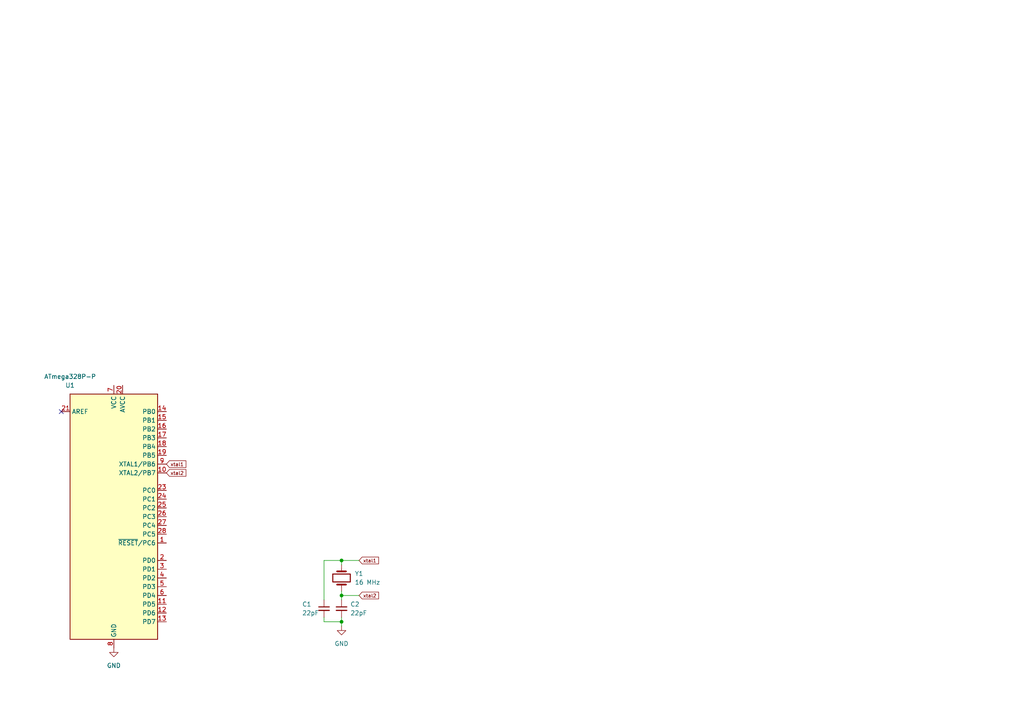
<source format=kicad_sch>
(kicad_sch (version 20211123) (generator eeschema)

  (uuid c2f3239a-6f35-4699-b6ff-0f31fa834d32)

  (paper "A4")

  (lib_symbols
    (symbol "Device:C_Small" (pin_numbers hide) (pin_names (offset 0.254) hide) (in_bom yes) (on_board yes)
      (property "Reference" "C" (id 0) (at 0.254 1.778 0)
        (effects (font (size 1.27 1.27)) (justify left))
      )
      (property "Value" "C_Small" (id 1) (at 0.254 -2.032 0)
        (effects (font (size 1.27 1.27)) (justify left))
      )
      (property "Footprint" "" (id 2) (at 0 0 0)
        (effects (font (size 1.27 1.27)) hide)
      )
      (property "Datasheet" "~" (id 3) (at 0 0 0)
        (effects (font (size 1.27 1.27)) hide)
      )
      (property "ki_keywords" "capacitor cap" (id 4) (at 0 0 0)
        (effects (font (size 1.27 1.27)) hide)
      )
      (property "ki_description" "Unpolarized capacitor, small symbol" (id 5) (at 0 0 0)
        (effects (font (size 1.27 1.27)) hide)
      )
      (property "ki_fp_filters" "C_*" (id 6) (at 0 0 0)
        (effects (font (size 1.27 1.27)) hide)
      )
      (symbol "C_Small_0_1"
        (polyline
          (pts
            (xy -1.524 -0.508)
            (xy 1.524 -0.508)
          )
          (stroke (width 0.3302) (type default) (color 0 0 0 0))
          (fill (type none))
        )
        (polyline
          (pts
            (xy -1.524 0.508)
            (xy 1.524 0.508)
          )
          (stroke (width 0.3048) (type default) (color 0 0 0 0))
          (fill (type none))
        )
      )
      (symbol "C_Small_1_1"
        (pin passive line (at 0 2.54 270) (length 2.032)
          (name "~" (effects (font (size 1.27 1.27))))
          (number "1" (effects (font (size 1.27 1.27))))
        )
        (pin passive line (at 0 -2.54 90) (length 2.032)
          (name "~" (effects (font (size 1.27 1.27))))
          (number "2" (effects (font (size 1.27 1.27))))
        )
      )
    )
    (symbol "Device:Crystal" (pin_numbers hide) (pin_names (offset 1.016) hide) (in_bom yes) (on_board yes)
      (property "Reference" "Y" (id 0) (at 0 3.81 0)
        (effects (font (size 1.27 1.27)))
      )
      (property "Value" "Crystal" (id 1) (at 0 -3.81 0)
        (effects (font (size 1.27 1.27)))
      )
      (property "Footprint" "" (id 2) (at 0 0 0)
        (effects (font (size 1.27 1.27)) hide)
      )
      (property "Datasheet" "~" (id 3) (at 0 0 0)
        (effects (font (size 1.27 1.27)) hide)
      )
      (property "ki_keywords" "quartz ceramic resonator oscillator" (id 4) (at 0 0 0)
        (effects (font (size 1.27 1.27)) hide)
      )
      (property "ki_description" "Two pin crystal" (id 5) (at 0 0 0)
        (effects (font (size 1.27 1.27)) hide)
      )
      (property "ki_fp_filters" "Crystal*" (id 6) (at 0 0 0)
        (effects (font (size 1.27 1.27)) hide)
      )
      (symbol "Crystal_0_1"
        (rectangle (start -1.143 2.54) (end 1.143 -2.54)
          (stroke (width 0.3048) (type default) (color 0 0 0 0))
          (fill (type none))
        )
        (polyline
          (pts
            (xy -2.54 0)
            (xy -1.905 0)
          )
          (stroke (width 0) (type default) (color 0 0 0 0))
          (fill (type none))
        )
        (polyline
          (pts
            (xy -1.905 -1.27)
            (xy -1.905 1.27)
          )
          (stroke (width 0.508) (type default) (color 0 0 0 0))
          (fill (type none))
        )
        (polyline
          (pts
            (xy 1.905 -1.27)
            (xy 1.905 1.27)
          )
          (stroke (width 0.508) (type default) (color 0 0 0 0))
          (fill (type none))
        )
        (polyline
          (pts
            (xy 2.54 0)
            (xy 1.905 0)
          )
          (stroke (width 0) (type default) (color 0 0 0 0))
          (fill (type none))
        )
      )
      (symbol "Crystal_1_1"
        (pin passive line (at -3.81 0 0) (length 1.27)
          (name "1" (effects (font (size 1.27 1.27))))
          (number "1" (effects (font (size 1.27 1.27))))
        )
        (pin passive line (at 3.81 0 180) (length 1.27)
          (name "2" (effects (font (size 1.27 1.27))))
          (number "2" (effects (font (size 1.27 1.27))))
        )
      )
    )
    (symbol "MCU_Microchip_ATmega:ATmega328P-P" (in_bom yes) (on_board yes)
      (property "Reference" "U" (id 0) (at -12.7 36.83 0)
        (effects (font (size 1.27 1.27)) (justify left bottom))
      )
      (property "Value" "ATmega328P-P" (id 1) (at 2.54 -36.83 0)
        (effects (font (size 1.27 1.27)) (justify left top))
      )
      (property "Footprint" "Package_DIP:DIP-28_W7.62mm" (id 2) (at 0 0 0)
        (effects (font (size 1.27 1.27) italic) hide)
      )
      (property "Datasheet" "http://ww1.microchip.com/downloads/en/DeviceDoc/ATmega328_P%20AVR%20MCU%20with%20picoPower%20Technology%20Data%20Sheet%2040001984A.pdf" (id 3) (at 0 0 0)
        (effects (font (size 1.27 1.27)) hide)
      )
      (property "ki_keywords" "AVR 8bit Microcontroller MegaAVR PicoPower" (id 4) (at 0 0 0)
        (effects (font (size 1.27 1.27)) hide)
      )
      (property "ki_description" "20MHz, 32kB Flash, 2kB SRAM, 1kB EEPROM, DIP-28" (id 5) (at 0 0 0)
        (effects (font (size 1.27 1.27)) hide)
      )
      (property "ki_fp_filters" "DIP*W7.62mm*" (id 6) (at 0 0 0)
        (effects (font (size 1.27 1.27)) hide)
      )
      (symbol "ATmega328P-P_0_1"
        (rectangle (start -12.7 -35.56) (end 12.7 35.56)
          (stroke (width 0.254) (type default) (color 0 0 0 0))
          (fill (type background))
        )
      )
      (symbol "ATmega328P-P_1_1"
        (pin bidirectional line (at 15.24 -7.62 180) (length 2.54)
          (name "~{RESET}/PC6" (effects (font (size 1.27 1.27))))
          (number "1" (effects (font (size 1.27 1.27))))
        )
        (pin bidirectional line (at 15.24 12.7 180) (length 2.54)
          (name "XTAL2/PB7" (effects (font (size 1.27 1.27))))
          (number "10" (effects (font (size 1.27 1.27))))
        )
        (pin bidirectional line (at 15.24 -25.4 180) (length 2.54)
          (name "PD5" (effects (font (size 1.27 1.27))))
          (number "11" (effects (font (size 1.27 1.27))))
        )
        (pin bidirectional line (at 15.24 -27.94 180) (length 2.54)
          (name "PD6" (effects (font (size 1.27 1.27))))
          (number "12" (effects (font (size 1.27 1.27))))
        )
        (pin bidirectional line (at 15.24 -30.48 180) (length 2.54)
          (name "PD7" (effects (font (size 1.27 1.27))))
          (number "13" (effects (font (size 1.27 1.27))))
        )
        (pin bidirectional line (at 15.24 30.48 180) (length 2.54)
          (name "PB0" (effects (font (size 1.27 1.27))))
          (number "14" (effects (font (size 1.27 1.27))))
        )
        (pin bidirectional line (at 15.24 27.94 180) (length 2.54)
          (name "PB1" (effects (font (size 1.27 1.27))))
          (number "15" (effects (font (size 1.27 1.27))))
        )
        (pin bidirectional line (at 15.24 25.4 180) (length 2.54)
          (name "PB2" (effects (font (size 1.27 1.27))))
          (number "16" (effects (font (size 1.27 1.27))))
        )
        (pin bidirectional line (at 15.24 22.86 180) (length 2.54)
          (name "PB3" (effects (font (size 1.27 1.27))))
          (number "17" (effects (font (size 1.27 1.27))))
        )
        (pin bidirectional line (at 15.24 20.32 180) (length 2.54)
          (name "PB4" (effects (font (size 1.27 1.27))))
          (number "18" (effects (font (size 1.27 1.27))))
        )
        (pin bidirectional line (at 15.24 17.78 180) (length 2.54)
          (name "PB5" (effects (font (size 1.27 1.27))))
          (number "19" (effects (font (size 1.27 1.27))))
        )
        (pin bidirectional line (at 15.24 -12.7 180) (length 2.54)
          (name "PD0" (effects (font (size 1.27 1.27))))
          (number "2" (effects (font (size 1.27 1.27))))
        )
        (pin power_in line (at 2.54 38.1 270) (length 2.54)
          (name "AVCC" (effects (font (size 1.27 1.27))))
          (number "20" (effects (font (size 1.27 1.27))))
        )
        (pin passive line (at -15.24 30.48 0) (length 2.54)
          (name "AREF" (effects (font (size 1.27 1.27))))
          (number "21" (effects (font (size 1.27 1.27))))
        )
        (pin passive line (at 0 -38.1 90) (length 2.54) hide
          (name "GND" (effects (font (size 1.27 1.27))))
          (number "22" (effects (font (size 1.27 1.27))))
        )
        (pin bidirectional line (at 15.24 7.62 180) (length 2.54)
          (name "PC0" (effects (font (size 1.27 1.27))))
          (number "23" (effects (font (size 1.27 1.27))))
        )
        (pin bidirectional line (at 15.24 5.08 180) (length 2.54)
          (name "PC1" (effects (font (size 1.27 1.27))))
          (number "24" (effects (font (size 1.27 1.27))))
        )
        (pin bidirectional line (at 15.24 2.54 180) (length 2.54)
          (name "PC2" (effects (font (size 1.27 1.27))))
          (number "25" (effects (font (size 1.27 1.27))))
        )
        (pin bidirectional line (at 15.24 0 180) (length 2.54)
          (name "PC3" (effects (font (size 1.27 1.27))))
          (number "26" (effects (font (size 1.27 1.27))))
        )
        (pin bidirectional line (at 15.24 -2.54 180) (length 2.54)
          (name "PC4" (effects (font (size 1.27 1.27))))
          (number "27" (effects (font (size 1.27 1.27))))
        )
        (pin bidirectional line (at 15.24 -5.08 180) (length 2.54)
          (name "PC5" (effects (font (size 1.27 1.27))))
          (number "28" (effects (font (size 1.27 1.27))))
        )
        (pin bidirectional line (at 15.24 -15.24 180) (length 2.54)
          (name "PD1" (effects (font (size 1.27 1.27))))
          (number "3" (effects (font (size 1.27 1.27))))
        )
        (pin bidirectional line (at 15.24 -17.78 180) (length 2.54)
          (name "PD2" (effects (font (size 1.27 1.27))))
          (number "4" (effects (font (size 1.27 1.27))))
        )
        (pin bidirectional line (at 15.24 -20.32 180) (length 2.54)
          (name "PD3" (effects (font (size 1.27 1.27))))
          (number "5" (effects (font (size 1.27 1.27))))
        )
        (pin bidirectional line (at 15.24 -22.86 180) (length 2.54)
          (name "PD4" (effects (font (size 1.27 1.27))))
          (number "6" (effects (font (size 1.27 1.27))))
        )
        (pin power_in line (at 0 38.1 270) (length 2.54)
          (name "VCC" (effects (font (size 1.27 1.27))))
          (number "7" (effects (font (size 1.27 1.27))))
        )
        (pin power_in line (at 0 -38.1 90) (length 2.54)
          (name "GND" (effects (font (size 1.27 1.27))))
          (number "8" (effects (font (size 1.27 1.27))))
        )
        (pin bidirectional line (at 15.24 15.24 180) (length 2.54)
          (name "XTAL1/PB6" (effects (font (size 1.27 1.27))))
          (number "9" (effects (font (size 1.27 1.27))))
        )
      )
    )
    (symbol "power:GND" (power) (pin_names (offset 0)) (in_bom yes) (on_board yes)
      (property "Reference" "#PWR" (id 0) (at 0 -6.35 0)
        (effects (font (size 1.27 1.27)) hide)
      )
      (property "Value" "GND" (id 1) (at 0 -3.81 0)
        (effects (font (size 1.27 1.27)))
      )
      (property "Footprint" "" (id 2) (at 0 0 0)
        (effects (font (size 1.27 1.27)) hide)
      )
      (property "Datasheet" "" (id 3) (at 0 0 0)
        (effects (font (size 1.27 1.27)) hide)
      )
      (property "ki_keywords" "power-flag" (id 4) (at 0 0 0)
        (effects (font (size 1.27 1.27)) hide)
      )
      (property "ki_description" "Power symbol creates a global label with name \"GND\" , ground" (id 5) (at 0 0 0)
        (effects (font (size 1.27 1.27)) hide)
      )
      (symbol "GND_0_1"
        (polyline
          (pts
            (xy 0 0)
            (xy 0 -1.27)
            (xy 1.27 -1.27)
            (xy 0 -2.54)
            (xy -1.27 -1.27)
            (xy 0 -1.27)
          )
          (stroke (width 0) (type default) (color 0 0 0 0))
          (fill (type none))
        )
      )
      (symbol "GND_1_1"
        (pin power_in line (at 0 0 270) (length 0) hide
          (name "GND" (effects (font (size 1.27 1.27))))
          (number "1" (effects (font (size 1.27 1.27))))
        )
      )
    )
  )

  (junction (at 99.06 162.56) (diameter 0) (color 0 0 0 0)
    (uuid 77b4d7a4-607d-42b7-a0e2-03c2822e9a8a)
  )
  (junction (at 99.06 172.72) (diameter 0) (color 0 0 0 0)
    (uuid a183f81a-bdc1-41d5-a4ee-50fb266162ac)
  )
  (junction (at 99.06 180.34) (diameter 0) (color 0 0 0 0)
    (uuid edd2d7d5-5098-441c-ac55-5e763ecc4112)
  )

  (no_connect (at 17.78 119.38) (uuid a2103392-f6ef-4ad1-8a98-5c100c78cd33))

  (wire (pts (xy 99.06 172.72) (xy 104.14 172.72))
    (stroke (width 0) (type default) (color 0 0 0 0))
    (uuid 07907b02-99ba-456a-84e9-6e15de682fcc)
  )
  (wire (pts (xy 93.98 180.34) (xy 99.06 180.34))
    (stroke (width 0) (type default) (color 0 0 0 0))
    (uuid 33ec2cfd-0e05-40af-871f-98d70f3f6255)
  )
  (wire (pts (xy 99.06 172.72) (xy 99.06 171.45))
    (stroke (width 0) (type default) (color 0 0 0 0))
    (uuid 380c13b3-58c5-44d6-b174-7473624f0a88)
  )
  (wire (pts (xy 93.98 179.07) (xy 93.98 180.34))
    (stroke (width 0) (type default) (color 0 0 0 0))
    (uuid 48c13b75-6266-4c66-9e7f-82b8fc3b1b92)
  )
  (wire (pts (xy 99.06 172.72) (xy 99.06 173.99))
    (stroke (width 0) (type default) (color 0 0 0 0))
    (uuid 550aafca-0b35-496d-a8c7-dc86ef0c0e10)
  )
  (wire (pts (xy 93.98 162.56) (xy 93.98 173.99))
    (stroke (width 0) (type default) (color 0 0 0 0))
    (uuid 94d714d7-eeb0-4f38-9e1a-8013735c2f88)
  )
  (wire (pts (xy 99.06 180.34) (xy 99.06 181.61))
    (stroke (width 0) (type default) (color 0 0 0 0))
    (uuid a6847e35-b20d-45a7-b872-52c9fd0ecf6e)
  )
  (wire (pts (xy 104.14 162.56) (xy 99.06 162.56))
    (stroke (width 0) (type default) (color 0 0 0 0))
    (uuid b20dda3b-5c58-4826-9980-5e9ac1373f83)
  )
  (wire (pts (xy 99.06 162.56) (xy 99.06 163.83))
    (stroke (width 0) (type default) (color 0 0 0 0))
    (uuid e0462400-b817-4838-a222-daa79c97eb13)
  )
  (wire (pts (xy 99.06 179.07) (xy 99.06 180.34))
    (stroke (width 0) (type default) (color 0 0 0 0))
    (uuid f19a143a-f7c8-4f9f-8dc3-62001bb5d4bb)
  )
  (wire (pts (xy 93.98 162.56) (xy 99.06 162.56))
    (stroke (width 0) (type default) (color 0 0 0 0))
    (uuid f801c54a-73bf-489a-b08a-fd85a8397d53)
  )

  (global_label "xtal1" (shape input) (at 48.26 134.62 0) (fields_autoplaced)
    (effects (font (size 1 1)) (justify left))
    (uuid 0c4644b0-f911-43b3-b6e7-88eda05d1dad)
    (property "Intersheet References" "${INTERSHEET_REFS}" (id 0) (at 53.9219 134.5575 0)
      (effects (font (size 1 1)) (justify left) hide)
    )
  )
  (global_label "xtal2" (shape input) (at 48.26 137.16 0) (fields_autoplaced)
    (effects (font (size 1 1)) (justify left))
    (uuid 6ec65528-6f15-4924-82d2-09cb1ead4901)
    (property "Intersheet References" "${INTERSHEET_REFS}" (id 0) (at 53.9219 137.0975 0)
      (effects (font (size 1 1)) (justify left) hide)
    )
  )
  (global_label "xtal2" (shape input) (at 104.14 172.72 0) (fields_autoplaced)
    (effects (font (size 1 1)) (justify left))
    (uuid 81add9a6-4248-4c8c-b321-be1bf02d1fa8)
    (property "Intersheet References" "${INTERSHEET_REFS}" (id 0) (at 109.8019 172.6575 0)
      (effects (font (size 1 1)) (justify left) hide)
    )
  )
  (global_label "xtal1" (shape input) (at 104.14 162.56 0) (fields_autoplaced)
    (effects (font (size 1 1)) (justify left))
    (uuid 8a16cca3-3bee-4dd7-a67f-5ecc68efcc4f)
    (property "Intersheet References" "${INTERSHEET_REFS}" (id 0) (at 109.8019 162.4975 0)
      (effects (font (size 1 1)) (justify left) hide)
    )
  )

  (symbol (lib_id "power:GND") (at 99.06 181.61 0) (unit 1)
    (in_bom yes) (on_board yes) (fields_autoplaced)
    (uuid 091cbf72-90fc-456c-8811-f9249ce880e7)
    (property "Reference" "#PWR?" (id 0) (at 99.06 187.96 0)
      (effects (font (size 1.27 1.27)) hide)
    )
    (property "Value" "GND" (id 1) (at 99.06 186.69 0))
    (property "Footprint" "" (id 2) (at 99.06 181.61 0)
      (effects (font (size 1.27 1.27)) hide)
    )
    (property "Datasheet" "" (id 3) (at 99.06 181.61 0)
      (effects (font (size 1.27 1.27)) hide)
    )
    (pin "1" (uuid 5a61e604-ff12-444c-80ad-29e943ba4522))
  )

  (symbol (lib_id "Device:C_Small") (at 99.06 176.53 0) (unit 1)
    (in_bom yes) (on_board yes) (fields_autoplaced)
    (uuid 4a9f9a71-1534-4d98-be37-07ddd5cb5656)
    (property "Reference" "C2" (id 0) (at 101.6 175.2662 0)
      (effects (font (size 1.27 1.27)) (justify left))
    )
    (property "Value" "22pF" (id 1) (at 101.6 177.8062 0)
      (effects (font (size 1.27 1.27)) (justify left))
    )
    (property "Footprint" "" (id 2) (at 99.06 176.53 0)
      (effects (font (size 1.27 1.27)) hide)
    )
    (property "Datasheet" "~" (id 3) (at 99.06 176.53 0)
      (effects (font (size 1.27 1.27)) hide)
    )
    (pin "1" (uuid 9ba63360-4161-40e9-aa82-f6873a0db685))
    (pin "2" (uuid 82f46270-12c6-4404-8bf9-915961f96d8e))
  )

  (symbol (lib_id "MCU_Microchip_ATmega:ATmega328P-P") (at 33.02 149.86 0) (unit 1)
    (in_bom yes) (on_board yes)
    (uuid 54accfcc-330b-4c29-9949-badcdab1bacc)
    (property "Reference" "U1" (id 0) (at 20.32 111.76 0))
    (property "Value" "ATmega328P-P" (id 1) (at 20.32 109.22 0))
    (property "Footprint" "Package_DIP:DIP-28_W7.62mm" (id 2) (at 33.02 149.86 0)
      (effects (font (size 1.27 1.27) italic) hide)
    )
    (property "Datasheet" "http://ww1.microchip.com/downloads/en/DeviceDoc/ATmega328_P%20AVR%20MCU%20with%20picoPower%20Technology%20Data%20Sheet%2040001984A.pdf" (id 3) (at 33.02 149.86 0)
      (effects (font (size 1.27 1.27)) hide)
    )
    (pin "1" (uuid 726fbdcc-7aee-480b-b038-b297ee1708ea))
    (pin "10" (uuid 78f47f8f-6d1a-4b04-8541-2ae85629cb64))
    (pin "11" (uuid b7c5c80e-8bf4-429b-b607-fecf1fc01aa2))
    (pin "12" (uuid 92fcd8db-4583-419e-8a67-a49858f6a99f))
    (pin "13" (uuid e4c93eba-8542-4da9-bc77-67578222e2d2))
    (pin "14" (uuid 3e03f876-70b4-49fa-b9d4-7ac8cf235911))
    (pin "15" (uuid 8f38a3ae-04c7-49ec-97de-083de07059b7))
    (pin "16" (uuid 84084a10-e1f2-458d-b74c-fe71a9738f2f))
    (pin "17" (uuid 0ddd1647-cc39-4c78-97bc-67467326d73d))
    (pin "18" (uuid 20253fac-f12b-42b8-9df1-bcc78bfb1617))
    (pin "19" (uuid 1f8e12f6-9343-454d-96c8-80e283c8b59d))
    (pin "2" (uuid 0285d379-1a54-41ff-a4cf-b8b22268e20a))
    (pin "20" (uuid 81c4956c-f2ee-49fa-ba3c-34172830b31b))
    (pin "21" (uuid 3fe6a80c-22cb-4970-aed9-167d75b8afcf))
    (pin "22" (uuid a73f5ac1-c970-453d-9922-634918429121))
    (pin "23" (uuid d2c12438-70cc-4952-b26e-0434adb5fc93))
    (pin "24" (uuid 3e1d02fc-0bdf-4283-97f0-f2d1aac90763))
    (pin "25" (uuid 61b0d591-f339-409c-9a0a-f89424dfbd1f))
    (pin "26" (uuid a695e634-c854-4118-8f97-1b7ae21a18b7))
    (pin "27" (uuid ab8c1d55-6fa6-4b84-9705-3c800bb63084))
    (pin "28" (uuid 2c233679-bcbe-4d9e-8c06-38c4649c0c67))
    (pin "3" (uuid 211017e0-273b-4001-99c4-10a71c9d1a7b))
    (pin "4" (uuid eaeb2402-6fbb-47f0-bbd2-5067625c22a9))
    (pin "5" (uuid 03459ac7-a1fe-4d9a-bb8c-86fb8f0fa12e))
    (pin "6" (uuid acd27cc5-5e6d-48a1-83f6-3c1b3d3f0f1e))
    (pin "7" (uuid 21b3c33a-f825-4f2f-99bc-3bcf22ad249e))
    (pin "8" (uuid cad0b57d-b4e8-42ea-9762-5645c16ef69b))
    (pin "9" (uuid 9e2351f6-da2b-4846-8385-6d50fe5097b4))
  )

  (symbol (lib_id "power:GND") (at 33.02 187.96 0) (unit 1)
    (in_bom yes) (on_board yes) (fields_autoplaced)
    (uuid 89ef3e43-38c1-4e6e-86ff-e90bda0f8f75)
    (property "Reference" "#PWR01" (id 0) (at 33.02 194.31 0)
      (effects (font (size 1.27 1.27)) hide)
    )
    (property "Value" "GND" (id 1) (at 33.02 193.04 0))
    (property "Footprint" "" (id 2) (at 33.02 187.96 0)
      (effects (font (size 1.27 1.27)) hide)
    )
    (property "Datasheet" "" (id 3) (at 33.02 187.96 0)
      (effects (font (size 1.27 1.27)) hide)
    )
    (pin "1" (uuid 2baaf5b0-2da5-437b-8919-b7d4b9838dcc))
  )

  (symbol (lib_id "Device:C_Small") (at 93.98 176.53 0) (unit 1)
    (in_bom yes) (on_board yes)
    (uuid cf0edc33-d184-4c16-afa8-ae807c902458)
    (property "Reference" "C1" (id 0) (at 87.63 175.26 0)
      (effects (font (size 1.27 1.27)) (justify left))
    )
    (property "Value" "22pF" (id 1) (at 87.63 177.8 0)
      (effects (font (size 1.27 1.27)) (justify left))
    )
    (property "Footprint" "" (id 2) (at 93.98 176.53 0)
      (effects (font (size 1.27 1.27)) hide)
    )
    (property "Datasheet" "~" (id 3) (at 93.98 176.53 0)
      (effects (font (size 1.27 1.27)) hide)
    )
    (pin "1" (uuid 605a62dc-e2b5-40b8-8e27-dbdc52d7b631))
    (pin "2" (uuid a720def3-0191-4a97-b20d-22aef91844fe))
  )

  (symbol (lib_id "Device:Crystal") (at 99.06 167.64 90) (unit 1)
    (in_bom yes) (on_board yes) (fields_autoplaced)
    (uuid d3e19443-a155-48aa-a140-bbab9addf240)
    (property "Reference" "Y1" (id 0) (at 102.87 166.3699 90)
      (effects (font (size 1.27 1.27)) (justify right))
    )
    (property "Value" "16 MHz" (id 1) (at 102.87 168.9099 90)
      (effects (font (size 1.27 1.27)) (justify right))
    )
    (property "Footprint" "" (id 2) (at 99.06 167.64 0)
      (effects (font (size 1.27 1.27)) hide)
    )
    (property "Datasheet" "~" (id 3) (at 99.06 167.64 0)
      (effects (font (size 1.27 1.27)) hide)
    )
    (pin "1" (uuid 592cc8ed-a32e-4fff-b321-bff61e095995))
    (pin "2" (uuid 91240011-0fc9-43f9-a16c-1aebde292e77))
  )

  (sheet_instances
    (path "/" (page "1"))
  )

  (symbol_instances
    (path "/89ef3e43-38c1-4e6e-86ff-e90bda0f8f75"
      (reference "#PWR01") (unit 1) (value "GND") (footprint "")
    )
    (path "/091cbf72-90fc-456c-8811-f9249ce880e7"
      (reference "#PWR?") (unit 1) (value "GND") (footprint "")
    )
    (path "/cf0edc33-d184-4c16-afa8-ae807c902458"
      (reference "C1") (unit 1) (value "22pF") (footprint "")
    )
    (path "/4a9f9a71-1534-4d98-be37-07ddd5cb5656"
      (reference "C2") (unit 1) (value "22pF") (footprint "")
    )
    (path "/54accfcc-330b-4c29-9949-badcdab1bacc"
      (reference "U1") (unit 1) (value "ATmega328P-P") (footprint "Package_DIP:DIP-28_W7.62mm")
    )
    (path "/d3e19443-a155-48aa-a140-bbab9addf240"
      (reference "Y1") (unit 1) (value "16 MHz") (footprint "")
    )
  )
)

</source>
